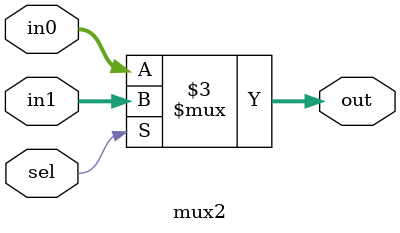
<source format=sv>
module mux2 (
    input  logic [31:0]  in0,
    input  logic [31:0]  in1,
    input  logic         sel,
    output logic [31:0]  out
);

always_comb begin
    if (sel)
        out = in1;
    else
        out = in0;
end

endmodule

</source>
